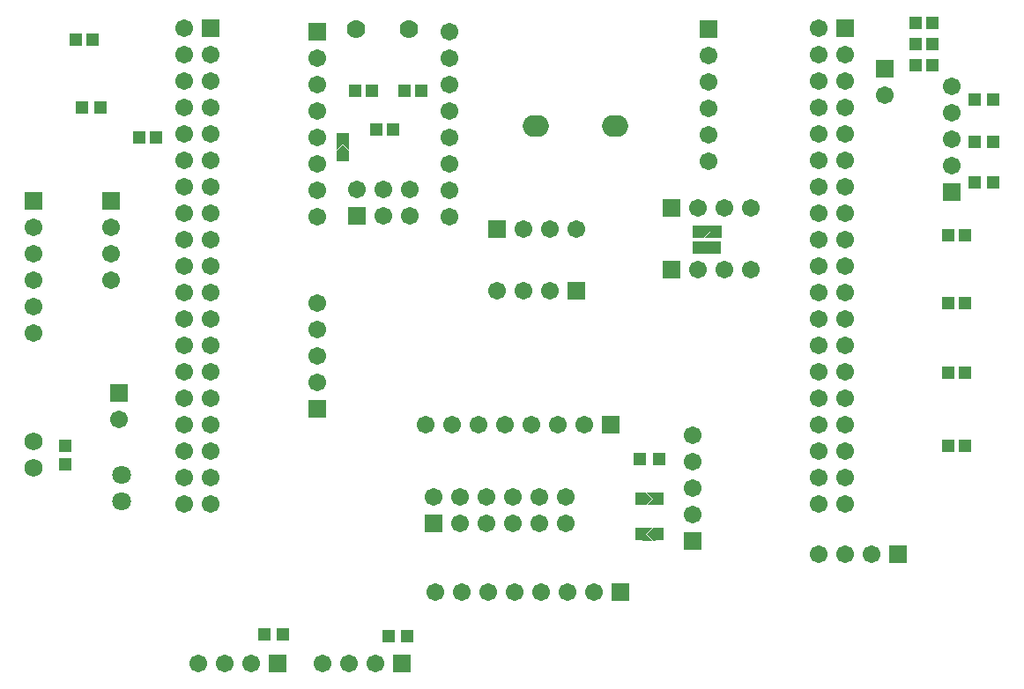
<source format=gbs>
G04*
G04 #@! TF.GenerationSoftware,Altium Limited,Altium Designer,19.1.7 (138)*
G04*
G04 Layer_Color=16711935*
%FSLAX25Y25*%
%MOIN*%
G70*
G01*
G75*
%ADD22R,0.04737X0.05131*%
%ADD24R,0.04000X0.04800*%
%ADD26C,0.06706*%
%ADD27R,0.06706X0.06706*%
%ADD28C,0.07099*%
%ADD29R,0.06706X0.06706*%
%ADD30C,0.07000*%
%ADD31O,0.09853X0.08280*%
%ADD32C,0.06800*%
%ADD48R,0.04800X0.04000*%
%ADD49R,0.05131X0.04737*%
G36*
X131900Y221325D02*
X129500Y223725D01*
X127100Y221325D01*
Y225125D01*
X131900D01*
Y221325D01*
D02*
G37*
G36*
Y221125D02*
Y220125D01*
X127100D01*
Y221125D01*
X129500Y223525D01*
X131900Y221125D01*
D02*
G37*
G36*
X270000Y190500D02*
Y188100D01*
X266200D01*
X268600Y190500D01*
X266200Y192900D01*
X270000D01*
Y190500D01*
D02*
G37*
G36*
X268400D02*
X266000Y188100D01*
X265000D01*
Y192900D01*
X266000D01*
X268400Y190500D01*
D02*
G37*
G36*
X269750Y184500D02*
Y182100D01*
X265950D01*
X268350Y184500D01*
X265950Y186900D01*
X269750D01*
Y184500D01*
D02*
G37*
G36*
X268150D02*
X265750Y182100D01*
X264750D01*
Y186900D01*
X265750D01*
X268150Y184500D01*
D02*
G37*
G36*
X248203Y89500D02*
Y87100D01*
X244403D01*
X246803Y89500D01*
X244403Y91900D01*
X248203D01*
Y89500D01*
D02*
G37*
G36*
X246603D02*
X244203Y87100D01*
X243203D01*
Y91900D01*
X244203D01*
X246603Y89500D01*
D02*
G37*
G36*
X247953Y73600D02*
X246953D01*
X244553Y76000D01*
X246953Y78400D01*
X247953D01*
Y73600D01*
D02*
G37*
G36*
X244353Y76000D02*
X246753Y73600D01*
X242953D01*
Y76000D01*
Y78400D01*
X246753D01*
X244353Y76000D01*
D02*
G37*
D22*
X352500Y269500D02*
D03*
X346202D02*
D03*
X352500Y253500D02*
D03*
X346202D02*
D03*
X352500Y261500D02*
D03*
X346202D02*
D03*
X365000Y137000D02*
D03*
X358701D02*
D03*
X368500Y240500D02*
D03*
X375586D02*
D03*
X368500Y224500D02*
D03*
X375586D02*
D03*
X368500Y209000D02*
D03*
X375586D02*
D03*
X140649Y243894D02*
D03*
X134351D02*
D03*
X159149D02*
D03*
X152851D02*
D03*
X148500Y229000D02*
D03*
X142202D02*
D03*
X146913Y37500D02*
D03*
X154000D02*
D03*
X99913Y38000D02*
D03*
X107000D02*
D03*
X249121Y104500D02*
D03*
X242035D02*
D03*
X28701Y263000D02*
D03*
X35000D02*
D03*
X38000Y237500D02*
D03*
X30914D02*
D03*
X52500Y226000D02*
D03*
X58798D02*
D03*
X358701Y109500D02*
D03*
X365000D02*
D03*
X358701Y189000D02*
D03*
X365000D02*
D03*
X358701Y163500D02*
D03*
X365000D02*
D03*
D24*
X242203Y89500D02*
D03*
X248953D02*
D03*
X263750Y184500D02*
D03*
X270500D02*
D03*
X264000Y190500D02*
D03*
X270750D02*
D03*
X248953Y76000D02*
D03*
X242203D02*
D03*
D26*
X360000Y245500D02*
D03*
Y235500D02*
D03*
Y225500D02*
D03*
Y215500D02*
D03*
X334500Y242000D02*
D03*
X164500Y54000D02*
D03*
X174500D02*
D03*
X184500D02*
D03*
X194500D02*
D03*
X204500D02*
D03*
X214500D02*
D03*
X224500D02*
D03*
X12500Y152000D02*
D03*
Y162000D02*
D03*
Y172000D02*
D03*
Y182000D02*
D03*
Y192000D02*
D03*
X329500Y68500D02*
D03*
X319500D02*
D03*
X309500D02*
D03*
X221000Y117500D02*
D03*
X211000D02*
D03*
X201000D02*
D03*
X191000D02*
D03*
X181000D02*
D03*
X171000D02*
D03*
X161000D02*
D03*
X164000Y90000D02*
D03*
X174000Y80000D02*
D03*
Y90000D02*
D03*
X184000Y80000D02*
D03*
Y90000D02*
D03*
X194000Y80000D02*
D03*
Y90000D02*
D03*
X204000Y80000D02*
D03*
Y90000D02*
D03*
X214000Y80000D02*
D03*
Y90000D02*
D03*
X208000Y168000D02*
D03*
X198000D02*
D03*
X188000D02*
D03*
X198000Y191500D02*
D03*
X208000D02*
D03*
X218000D02*
D03*
X284000Y199500D02*
D03*
X274000D02*
D03*
X264000D02*
D03*
X284000Y176000D02*
D03*
X274000D02*
D03*
X264000D02*
D03*
X268000Y217000D02*
D03*
Y227000D02*
D03*
Y237000D02*
D03*
Y247000D02*
D03*
Y257000D02*
D03*
X135000Y206500D02*
D03*
X145000Y196500D02*
D03*
Y206500D02*
D03*
X155000Y196500D02*
D03*
Y206500D02*
D03*
X120000Y256000D02*
D03*
Y246000D02*
D03*
Y236000D02*
D03*
Y226000D02*
D03*
Y216000D02*
D03*
Y206000D02*
D03*
Y196000D02*
D03*
X170000D02*
D03*
Y206000D02*
D03*
Y216000D02*
D03*
Y226000D02*
D03*
Y236000D02*
D03*
Y246000D02*
D03*
Y256000D02*
D03*
Y266000D02*
D03*
X309500Y267500D02*
D03*
X319500Y257500D02*
D03*
X309500D02*
D03*
X319500Y247500D02*
D03*
X309500D02*
D03*
X319500Y237500D02*
D03*
X309500D02*
D03*
X319500Y227500D02*
D03*
X309500D02*
D03*
X319500Y217500D02*
D03*
X309500D02*
D03*
X319500Y207500D02*
D03*
X309500D02*
D03*
X319500Y197500D02*
D03*
X309500D02*
D03*
X319500Y187500D02*
D03*
X309500D02*
D03*
X319500Y177500D02*
D03*
X309500D02*
D03*
X319500Y167500D02*
D03*
X309500D02*
D03*
X319500Y157500D02*
D03*
X309500D02*
D03*
X319500Y147500D02*
D03*
X309500D02*
D03*
X319500Y137500D02*
D03*
X309500D02*
D03*
X319500Y127500D02*
D03*
X309500D02*
D03*
X319500Y117500D02*
D03*
X309500D02*
D03*
X319500Y107500D02*
D03*
X309500D02*
D03*
X319500Y97500D02*
D03*
X309500D02*
D03*
X319500Y87500D02*
D03*
X309500D02*
D03*
X69500Y267500D02*
D03*
X79500Y257500D02*
D03*
X69500D02*
D03*
X79500Y247500D02*
D03*
X69500D02*
D03*
X79500Y237500D02*
D03*
X69500D02*
D03*
X79500Y227500D02*
D03*
X69500D02*
D03*
X79500Y217500D02*
D03*
X69500D02*
D03*
X79500Y207500D02*
D03*
X69500D02*
D03*
X79500Y197500D02*
D03*
X69500D02*
D03*
X79500Y187500D02*
D03*
X69500D02*
D03*
X79500Y177500D02*
D03*
X69500D02*
D03*
X79500Y167500D02*
D03*
X69500D02*
D03*
X79500Y157500D02*
D03*
X69500D02*
D03*
X79500Y147500D02*
D03*
X69500D02*
D03*
X79500Y137500D02*
D03*
X69500D02*
D03*
X79500Y127500D02*
D03*
X69500D02*
D03*
X79500Y117500D02*
D03*
X69500D02*
D03*
X79500Y107500D02*
D03*
X69500D02*
D03*
X79500Y97500D02*
D03*
X69500D02*
D03*
X79500Y87500D02*
D03*
X69500D02*
D03*
X120000Y133500D02*
D03*
Y143500D02*
D03*
Y153500D02*
D03*
Y163500D02*
D03*
X262000Y83500D02*
D03*
Y93500D02*
D03*
Y103500D02*
D03*
Y113500D02*
D03*
X122000Y27000D02*
D03*
X132000D02*
D03*
X142000D02*
D03*
X75000D02*
D03*
X85000D02*
D03*
X95000D02*
D03*
X45000Y119500D02*
D03*
X42000Y172000D02*
D03*
Y182000D02*
D03*
Y192000D02*
D03*
D27*
X360000Y205500D02*
D03*
X334500Y252000D02*
D03*
X12500Y202000D02*
D03*
X268000Y267000D02*
D03*
X319500Y267500D02*
D03*
X79500D02*
D03*
X120000Y123500D02*
D03*
X262000Y73500D02*
D03*
X45000Y129500D02*
D03*
X42000Y202000D02*
D03*
D28*
X46000Y88500D02*
D03*
Y98500D02*
D03*
D29*
X234500Y54000D02*
D03*
X339500Y68500D02*
D03*
X231000Y117500D02*
D03*
X164000Y80000D02*
D03*
X218000Y168000D02*
D03*
X188000Y191500D02*
D03*
X254000Y199500D02*
D03*
Y176000D02*
D03*
X135000Y196500D02*
D03*
X120000Y266000D02*
D03*
X152000Y27000D02*
D03*
X105000D02*
D03*
D30*
X154500Y267000D02*
D03*
X134500D02*
D03*
D31*
X232500Y230500D02*
D03*
X202500D02*
D03*
D32*
X12500Y101000D02*
D03*
Y111000D02*
D03*
D48*
X129500Y219125D02*
D03*
Y225875D02*
D03*
D49*
X24500Y109587D02*
D03*
Y102500D02*
D03*
M02*

</source>
